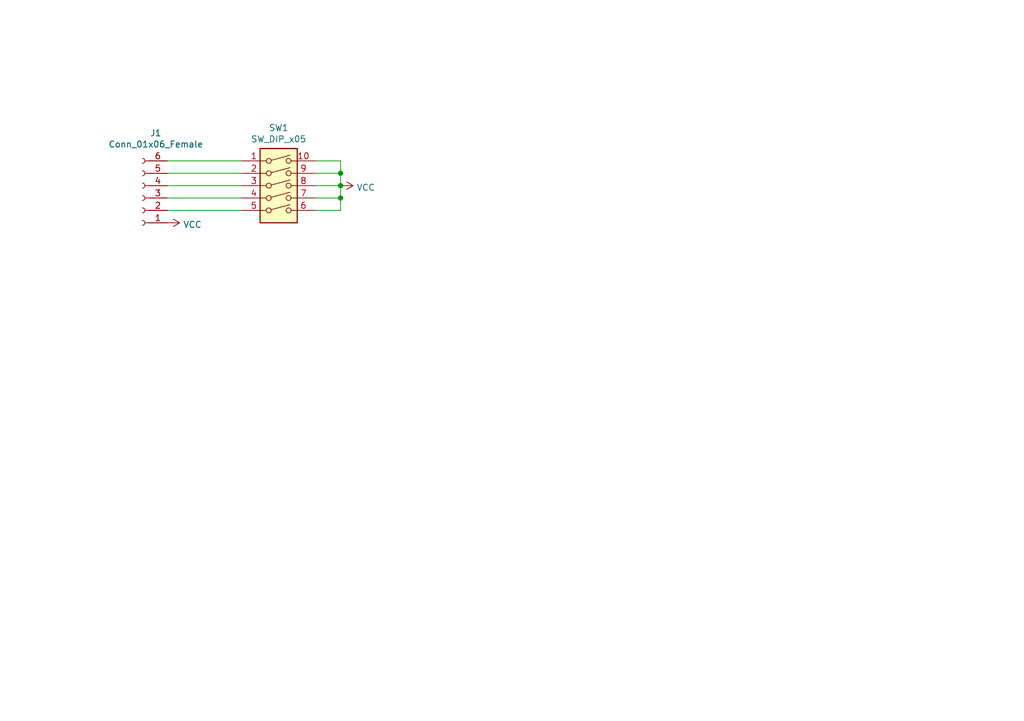
<source format=kicad_sch>
(kicad_sch (version 20211123) (generator eeschema)

  (uuid 5596fc7d-cd39-4ebf-9dbc-7c7be3497910)

  (paper "A5")

  (title_block
    (title "DIP switch plate")
    (date "2023-08-06")
  )

  (lib_symbols
    (symbol "Connector:Conn_01x06_Female" (pin_names (offset 1.016) hide) (in_bom yes) (on_board yes)
      (property "Reference" "J" (id 0) (at 0 7.62 0)
        (effects (font (size 1.27 1.27)))
      )
      (property "Value" "Conn_01x06_Female" (id 1) (at 0 -10.16 0)
        (effects (font (size 1.27 1.27)))
      )
      (property "Footprint" "" (id 2) (at 0 0 0)
        (effects (font (size 1.27 1.27)) hide)
      )
      (property "Datasheet" "~" (id 3) (at 0 0 0)
        (effects (font (size 1.27 1.27)) hide)
      )
      (property "ki_keywords" "connector" (id 4) (at 0 0 0)
        (effects (font (size 1.27 1.27)) hide)
      )
      (property "ki_description" "Generic connector, single row, 01x06, script generated (kicad-library-utils/schlib/autogen/connector/)" (id 5) (at 0 0 0)
        (effects (font (size 1.27 1.27)) hide)
      )
      (property "ki_fp_filters" "Connector*:*_1x??_*" (id 6) (at 0 0 0)
        (effects (font (size 1.27 1.27)) hide)
      )
      (symbol "Conn_01x06_Female_1_1"
        (arc (start 0 -7.112) (mid -0.508 -7.62) (end 0 -8.128)
          (stroke (width 0.1524) (type default) (color 0 0 0 0))
          (fill (type none))
        )
        (arc (start 0 -4.572) (mid -0.508 -5.08) (end 0 -5.588)
          (stroke (width 0.1524) (type default) (color 0 0 0 0))
          (fill (type none))
        )
        (arc (start 0 -2.032) (mid -0.508 -2.54) (end 0 -3.048)
          (stroke (width 0.1524) (type default) (color 0 0 0 0))
          (fill (type none))
        )
        (polyline
          (pts
            (xy -1.27 -7.62)
            (xy -0.508 -7.62)
          )
          (stroke (width 0.1524) (type default) (color 0 0 0 0))
          (fill (type none))
        )
        (polyline
          (pts
            (xy -1.27 -5.08)
            (xy -0.508 -5.08)
          )
          (stroke (width 0.1524) (type default) (color 0 0 0 0))
          (fill (type none))
        )
        (polyline
          (pts
            (xy -1.27 -2.54)
            (xy -0.508 -2.54)
          )
          (stroke (width 0.1524) (type default) (color 0 0 0 0))
          (fill (type none))
        )
        (polyline
          (pts
            (xy -1.27 0)
            (xy -0.508 0)
          )
          (stroke (width 0.1524) (type default) (color 0 0 0 0))
          (fill (type none))
        )
        (polyline
          (pts
            (xy -1.27 2.54)
            (xy -0.508 2.54)
          )
          (stroke (width 0.1524) (type default) (color 0 0 0 0))
          (fill (type none))
        )
        (polyline
          (pts
            (xy -1.27 5.08)
            (xy -0.508 5.08)
          )
          (stroke (width 0.1524) (type default) (color 0 0 0 0))
          (fill (type none))
        )
        (arc (start 0 0.508) (mid -0.508 0) (end 0 -0.508)
          (stroke (width 0.1524) (type default) (color 0 0 0 0))
          (fill (type none))
        )
        (arc (start 0 3.048) (mid -0.508 2.54) (end 0 2.032)
          (stroke (width 0.1524) (type default) (color 0 0 0 0))
          (fill (type none))
        )
        (arc (start 0 5.588) (mid -0.508 5.08) (end 0 4.572)
          (stroke (width 0.1524) (type default) (color 0 0 0 0))
          (fill (type none))
        )
        (pin passive line (at -5.08 5.08 0) (length 3.81)
          (name "Pin_1" (effects (font (size 1.27 1.27))))
          (number "1" (effects (font (size 1.27 1.27))))
        )
        (pin passive line (at -5.08 2.54 0) (length 3.81)
          (name "Pin_2" (effects (font (size 1.27 1.27))))
          (number "2" (effects (font (size 1.27 1.27))))
        )
        (pin passive line (at -5.08 0 0) (length 3.81)
          (name "Pin_3" (effects (font (size 1.27 1.27))))
          (number "3" (effects (font (size 1.27 1.27))))
        )
        (pin passive line (at -5.08 -2.54 0) (length 3.81)
          (name "Pin_4" (effects (font (size 1.27 1.27))))
          (number "4" (effects (font (size 1.27 1.27))))
        )
        (pin passive line (at -5.08 -5.08 0) (length 3.81)
          (name "Pin_5" (effects (font (size 1.27 1.27))))
          (number "5" (effects (font (size 1.27 1.27))))
        )
        (pin passive line (at -5.08 -7.62 0) (length 3.81)
          (name "Pin_6" (effects (font (size 1.27 1.27))))
          (number "6" (effects (font (size 1.27 1.27))))
        )
      )
    )
    (symbol "Switch:SW_DIP_x05" (pin_names (offset 0) hide) (in_bom yes) (on_board yes)
      (property "Reference" "SW" (id 0) (at 0 8.89 0)
        (effects (font (size 1.27 1.27)))
      )
      (property "Value" "SW_DIP_x05" (id 1) (at 0 -8.89 0)
        (effects (font (size 1.27 1.27)))
      )
      (property "Footprint" "" (id 2) (at 0 0 0)
        (effects (font (size 1.27 1.27)) hide)
      )
      (property "Datasheet" "~" (id 3) (at 0 0 0)
        (effects (font (size 1.27 1.27)) hide)
      )
      (property "ki_keywords" "dip switch" (id 4) (at 0 0 0)
        (effects (font (size 1.27 1.27)) hide)
      )
      (property "ki_description" "5x DIP Switch, Single Pole Single Throw (SPST) switch, small symbol" (id 5) (at 0 0 0)
        (effects (font (size 1.27 1.27)) hide)
      )
      (property "ki_fp_filters" "SW?DIP?x5*" (id 6) (at 0 0 0)
        (effects (font (size 1.27 1.27)) hide)
      )
      (symbol "SW_DIP_x05_0_0"
        (circle (center -2.032 -5.08) (radius 0.508)
          (stroke (width 0) (type default) (color 0 0 0 0))
          (fill (type none))
        )
        (circle (center -2.032 -2.54) (radius 0.508)
          (stroke (width 0) (type default) (color 0 0 0 0))
          (fill (type none))
        )
        (circle (center -2.032 0) (radius 0.508)
          (stroke (width 0) (type default) (color 0 0 0 0))
          (fill (type none))
        )
        (circle (center -2.032 2.54) (radius 0.508)
          (stroke (width 0) (type default) (color 0 0 0 0))
          (fill (type none))
        )
        (circle (center -2.032 5.08) (radius 0.508)
          (stroke (width 0) (type default) (color 0 0 0 0))
          (fill (type none))
        )
        (polyline
          (pts
            (xy -1.524 -4.9276)
            (xy 2.3622 -3.8862)
          )
          (stroke (width 0) (type default) (color 0 0 0 0))
          (fill (type none))
        )
        (polyline
          (pts
            (xy -1.524 -2.3876)
            (xy 2.3622 -1.3462)
          )
          (stroke (width 0) (type default) (color 0 0 0 0))
          (fill (type none))
        )
        (polyline
          (pts
            (xy -1.524 0.127)
            (xy 2.3622 1.1684)
          )
          (stroke (width 0) (type default) (color 0 0 0 0))
          (fill (type none))
        )
        (polyline
          (pts
            (xy -1.524 2.667)
            (xy 2.3622 3.7084)
          )
          (stroke (width 0) (type default) (color 0 0 0 0))
          (fill (type none))
        )
        (polyline
          (pts
            (xy -1.524 5.207)
            (xy 2.3622 6.2484)
          )
          (stroke (width 0) (type default) (color 0 0 0 0))
          (fill (type none))
        )
        (circle (center 2.032 -5.08) (radius 0.508)
          (stroke (width 0) (type default) (color 0 0 0 0))
          (fill (type none))
        )
        (circle (center 2.032 -2.54) (radius 0.508)
          (stroke (width 0) (type default) (color 0 0 0 0))
          (fill (type none))
        )
        (circle (center 2.032 0) (radius 0.508)
          (stroke (width 0) (type default) (color 0 0 0 0))
          (fill (type none))
        )
        (circle (center 2.032 2.54) (radius 0.508)
          (stroke (width 0) (type default) (color 0 0 0 0))
          (fill (type none))
        )
        (circle (center 2.032 5.08) (radius 0.508)
          (stroke (width 0) (type default) (color 0 0 0 0))
          (fill (type none))
        )
      )
      (symbol "SW_DIP_x05_0_1"
        (rectangle (start -3.81 7.62) (end 3.81 -7.62)
          (stroke (width 0.254) (type default) (color 0 0 0 0))
          (fill (type background))
        )
      )
      (symbol "SW_DIP_x05_1_1"
        (pin passive line (at -7.62 5.08 0) (length 5.08)
          (name "~" (effects (font (size 1.27 1.27))))
          (number "1" (effects (font (size 1.27 1.27))))
        )
        (pin passive line (at 7.62 5.08 180) (length 5.08)
          (name "~" (effects (font (size 1.27 1.27))))
          (number "10" (effects (font (size 1.27 1.27))))
        )
        (pin passive line (at -7.62 2.54 0) (length 5.08)
          (name "~" (effects (font (size 1.27 1.27))))
          (number "2" (effects (font (size 1.27 1.27))))
        )
        (pin passive line (at -7.62 0 0) (length 5.08)
          (name "~" (effects (font (size 1.27 1.27))))
          (number "3" (effects (font (size 1.27 1.27))))
        )
        (pin passive line (at -7.62 -2.54 0) (length 5.08)
          (name "~" (effects (font (size 1.27 1.27))))
          (number "4" (effects (font (size 1.27 1.27))))
        )
        (pin passive line (at -7.62 -5.08 0) (length 5.08)
          (name "~" (effects (font (size 1.27 1.27))))
          (number "5" (effects (font (size 1.27 1.27))))
        )
        (pin passive line (at 7.62 -5.08 180) (length 5.08)
          (name "~" (effects (font (size 1.27 1.27))))
          (number "6" (effects (font (size 1.27 1.27))))
        )
        (pin passive line (at 7.62 -2.54 180) (length 5.08)
          (name "~" (effects (font (size 1.27 1.27))))
          (number "7" (effects (font (size 1.27 1.27))))
        )
        (pin passive line (at 7.62 0 180) (length 5.08)
          (name "~" (effects (font (size 1.27 1.27))))
          (number "8" (effects (font (size 1.27 1.27))))
        )
        (pin passive line (at 7.62 2.54 180) (length 5.08)
          (name "~" (effects (font (size 1.27 1.27))))
          (number "9" (effects (font (size 1.27 1.27))))
        )
      )
    )
    (symbol "power:VCC" (power) (pin_names (offset 0)) (in_bom yes) (on_board yes)
      (property "Reference" "#PWR" (id 0) (at 0 -3.81 0)
        (effects (font (size 1.27 1.27)) hide)
      )
      (property "Value" "VCC" (id 1) (at 0 3.81 0)
        (effects (font (size 1.27 1.27)))
      )
      (property "Footprint" "" (id 2) (at 0 0 0)
        (effects (font (size 1.27 1.27)) hide)
      )
      (property "Datasheet" "" (id 3) (at 0 0 0)
        (effects (font (size 1.27 1.27)) hide)
      )
      (property "ki_keywords" "power-flag" (id 4) (at 0 0 0)
        (effects (font (size 1.27 1.27)) hide)
      )
      (property "ki_description" "Power symbol creates a global label with name \"VCC\"" (id 5) (at 0 0 0)
        (effects (font (size 1.27 1.27)) hide)
      )
      (symbol "VCC_0_1"
        (polyline
          (pts
            (xy -0.762 1.27)
            (xy 0 2.54)
          )
          (stroke (width 0) (type default) (color 0 0 0 0))
          (fill (type none))
        )
        (polyline
          (pts
            (xy 0 0)
            (xy 0 2.54)
          )
          (stroke (width 0) (type default) (color 0 0 0 0))
          (fill (type none))
        )
        (polyline
          (pts
            (xy 0 2.54)
            (xy 0.762 1.27)
          )
          (stroke (width 0) (type default) (color 0 0 0 0))
          (fill (type none))
        )
      )
      (symbol "VCC_1_1"
        (pin power_in line (at 0 0 90) (length 0) hide
          (name "VCC" (effects (font (size 1.27 1.27))))
          (number "1" (effects (font (size 1.27 1.27))))
        )
      )
    )
  )

  (junction (at 69.85 38.1) (diameter 0) (color 0 0 0 0)
    (uuid 55bc14cb-ce94-44e9-865e-0d2be69057f9)
  )
  (junction (at 69.85 40.64) (diameter 0) (color 0 0 0 0)
    (uuid 70e844bf-ca8c-4d0c-adbc-349483241268)
  )
  (junction (at 69.85 35.56) (diameter 0) (color 0 0 0 0)
    (uuid 865ddfd0-6850-4e27-acdb-1b0637353b95)
  )

  (wire (pts (xy 49.53 35.56) (xy 34.29 35.56))
    (stroke (width 0) (type default) (color 0 0 0 0))
    (uuid 0d9029b4-f02c-46d1-85d4-7316ce37a2eb)
  )
  (wire (pts (xy 34.29 33.02) (xy 49.53 33.02))
    (stroke (width 0) (type default) (color 0 0 0 0))
    (uuid 1338e873-29fb-4dc7-94ff-f3d1c13a7b4b)
  )
  (wire (pts (xy 64.77 35.56) (xy 69.85 35.56))
    (stroke (width 0) (type default) (color 0 0 0 0))
    (uuid 1cc39f7c-deba-4a9a-ac46-2b2e3f45a17b)
  )
  (wire (pts (xy 64.77 33.02) (xy 69.85 33.02))
    (stroke (width 0) (type default) (color 0 0 0 0))
    (uuid 35da56b5-46cc-4934-9a54-171f80bec20d)
  )
  (wire (pts (xy 69.85 40.64) (xy 69.85 43.18))
    (stroke (width 0) (type default) (color 0 0 0 0))
    (uuid 390e6919-0dc2-4fa6-9395-867719e00b78)
  )
  (wire (pts (xy 64.77 40.64) (xy 69.85 40.64))
    (stroke (width 0) (type default) (color 0 0 0 0))
    (uuid 6749daae-513e-4dbe-bced-5ab0abbf70d6)
  )
  (wire (pts (xy 69.85 43.18) (xy 64.77 43.18))
    (stroke (width 0) (type default) (color 0 0 0 0))
    (uuid 83ffff8b-d762-47f2-8140-49dd2641a162)
  )
  (wire (pts (xy 64.77 38.1) (xy 69.85 38.1))
    (stroke (width 0) (type default) (color 0 0 0 0))
    (uuid 9b38fa70-3ff0-4bb2-ac0c-864bcde0f735)
  )
  (wire (pts (xy 34.29 43.18) (xy 49.53 43.18))
    (stroke (width 0) (type default) (color 0 0 0 0))
    (uuid 9d9aa732-98e0-4e4b-8bd9-987d2def748c)
  )
  (wire (pts (xy 69.85 35.56) (xy 69.85 38.1))
    (stroke (width 0) (type default) (color 0 0 0 0))
    (uuid a4bf4c50-6d94-447d-964f-08c9d7f6d570)
  )
  (wire (pts (xy 69.85 33.02) (xy 69.85 35.56))
    (stroke (width 0) (type default) (color 0 0 0 0))
    (uuid b9564533-abd4-49cf-89ad-fea284132e57)
  )
  (wire (pts (xy 34.29 38.1) (xy 49.53 38.1))
    (stroke (width 0) (type default) (color 0 0 0 0))
    (uuid c229f989-441d-4bec-ab2b-663e8036e6f3)
  )
  (wire (pts (xy 49.53 40.64) (xy 34.29 40.64))
    (stroke (width 0) (type default) (color 0 0 0 0))
    (uuid e2702f39-e4e5-4fb2-b4dd-271d58ddaf68)
  )
  (wire (pts (xy 69.85 38.1) (xy 69.85 40.64))
    (stroke (width 0) (type default) (color 0 0 0 0))
    (uuid f3b9e849-e118-4513-b86b-f438b285d6e3)
  )

  (symbol (lib_id "Switch:SW_DIP_x05") (at 57.15 38.1 0) (unit 1)
    (in_bom yes) (on_board yes)
    (uuid 00000000-0000-0000-0000-000061160dd0)
    (property "Reference" "SW1" (id 0) (at 57.15 26.2382 0))
    (property "Value" "SW_DIP_x05" (id 1) (at 57.15 28.5496 0))
    (property "Footprint" "Button_Switch_THT:SW_DIP_SPSTx05_Slide_9.78x14.88mm_W7.62mm_P2.54mm" (id 2) (at 57.15 38.1 0)
      (effects (font (size 1.27 1.27)) hide)
    )
    (property "Datasheet" "~" (id 3) (at 57.15 38.1 0)
      (effects (font (size 1.27 1.27)) hide)
    )
    (pin "1" (uuid 7a352ff3-62d9-41f2-8e47-99586b7535a2))
    (pin "10" (uuid a94080f9-3f09-480c-b1b2-9bcb9e0d4dac))
    (pin "2" (uuid 8e829bca-ca8f-4440-bb6a-9c2fba0cf620))
    (pin "3" (uuid 4909cd7c-3d6e-483c-977c-5d18b662c44b))
    (pin "4" (uuid d315f9fb-b2d8-44b1-be11-6dc150996c7a))
    (pin "5" (uuid 5ccc677f-0255-4953-bb51-bfcf83e37b6f))
    (pin "6" (uuid bee48e81-bdba-4977-a80f-df51dddd247f))
    (pin "7" (uuid c98660d8-e23c-4e2c-ab82-be166a2dddab))
    (pin "8" (uuid 9ed87a9d-fb7d-44db-8b85-ca202707820c))
    (pin "9" (uuid c7e3f382-944f-4936-ace7-3496ffff4cb9))
  )

  (symbol (lib_id "Connector:Conn_01x06_Female") (at 29.21 40.64 180) (unit 1)
    (in_bom yes) (on_board yes)
    (uuid 00000000-0000-0000-0000-000061164aa3)
    (property "Reference" "J1" (id 0) (at 31.9532 27.305 0))
    (property "Value" "Conn_01x06_Female" (id 1) (at 31.9532 29.6164 0))
    (property "Footprint" "Connector_PinHeader_2.54mm:PinHeader_1x06_P2.54mm_Vertical" (id 2) (at 29.21 40.64 0)
      (effects (font (size 1.27 1.27)) hide)
    )
    (property "Datasheet" "~" (id 3) (at 29.21 40.64 0)
      (effects (font (size 1.27 1.27)) hide)
    )
    (pin "1" (uuid 7de6bce9-4ce3-4f96-84c5-72efe7fb9949))
    (pin "2" (uuid f5ae73bf-75db-4e6f-b8d0-0d9cebf82d8f))
    (pin "3" (uuid 3f158ba7-b30a-4cfc-ba61-c25721656be2))
    (pin "4" (uuid 691f539d-da2f-4dda-99bb-1772fe72801f))
    (pin "5" (uuid 1a62a662-fde9-4549-b925-a76a67360637))
    (pin "6" (uuid b1b35bce-bc56-4e12-9028-2da28e5c59c6))
  )

  (symbol (lib_id "power:VCC") (at 34.29 45.72 270) (unit 1)
    (in_bom yes) (on_board yes)
    (uuid 00000000-0000-0000-0000-00006116671b)
    (property "Reference" "#PWR0101" (id 0) (at 30.48 45.72 0)
      (effects (font (size 1.27 1.27)) hide)
    )
    (property "Value" "VCC" (id 1) (at 37.5412 46.101 90)
      (effects (font (size 1.27 1.27)) (justify left))
    )
    (property "Footprint" "" (id 2) (at 34.29 45.72 0)
      (effects (font (size 1.27 1.27)) hide)
    )
    (property "Datasheet" "" (id 3) (at 34.29 45.72 0)
      (effects (font (size 1.27 1.27)) hide)
    )
    (pin "1" (uuid 6803184f-009b-4834-94d3-2431774fb46b))
  )

  (symbol (lib_id "power:VCC") (at 69.85 38.1 270) (unit 1)
    (in_bom yes) (on_board yes)
    (uuid 00000000-0000-0000-0000-000061166fc3)
    (property "Reference" "#PWR0102" (id 0) (at 66.04 38.1 0)
      (effects (font (size 1.27 1.27)) hide)
    )
    (property "Value" "VCC" (id 1) (at 73.1012 38.481 90)
      (effects (font (size 1.27 1.27)) (justify left))
    )
    (property "Footprint" "" (id 2) (at 69.85 38.1 0)
      (effects (font (size 1.27 1.27)) hide)
    )
    (property "Datasheet" "" (id 3) (at 69.85 38.1 0)
      (effects (font (size 1.27 1.27)) hide)
    )
    (pin "1" (uuid b77c4e76-a483-40b8-9760-52ea49555556))
  )

  (sheet_instances
    (path "/" (page "1"))
  )

  (symbol_instances
    (path "/00000000-0000-0000-0000-00006116671b"
      (reference "#PWR0101") (unit 1) (value "VCC") (footprint "")
    )
    (path "/00000000-0000-0000-0000-000061166fc3"
      (reference "#PWR0102") (unit 1) (value "VCC") (footprint "")
    )
    (path "/00000000-0000-0000-0000-000061164aa3"
      (reference "J1") (unit 1) (value "Conn_01x06_Female") (footprint "Connector_PinHeader_2.54mm:PinHeader_1x06_P2.54mm_Vertical")
    )
    (path "/00000000-0000-0000-0000-000061160dd0"
      (reference "SW1") (unit 1) (value "SW_DIP_x05") (footprint "Button_Switch_THT:SW_DIP_SPSTx05_Slide_9.78x14.88mm_W7.62mm_P2.54mm")
    )
  )
)

</source>
